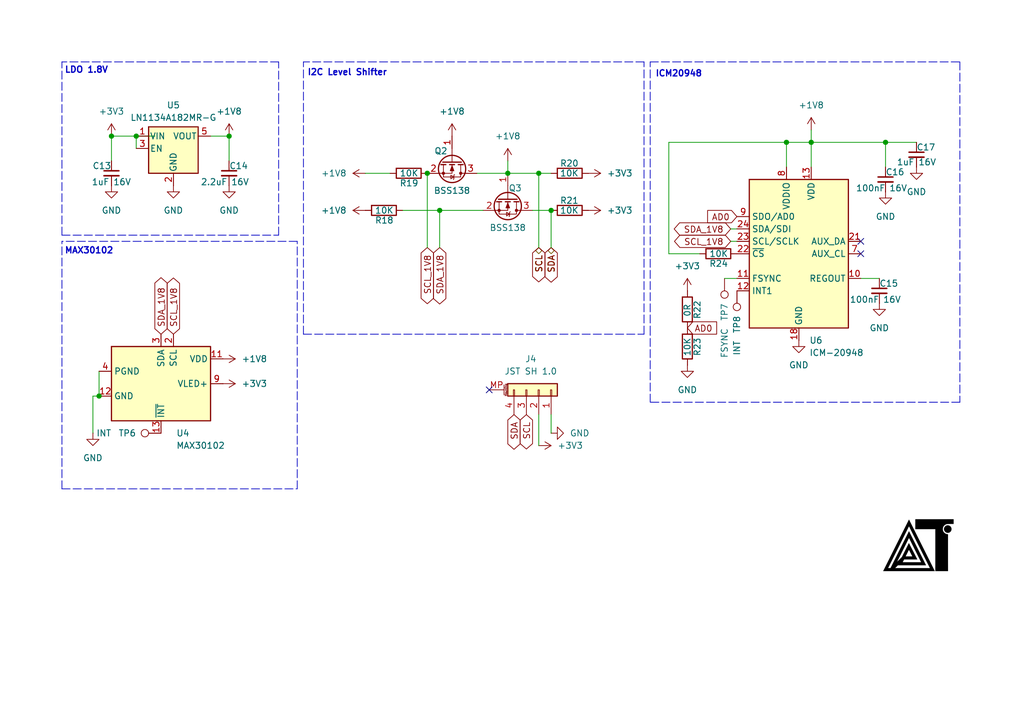
<source format=kicad_sch>
(kicad_sch (version 20250114) (generator "eeschema") (generator_version "9.0")
  (paper "A5")
  (title_block (date "2025-04-05"))
  (lib_symbols
    (symbol "Connector:TestPoint" (pin_numbers (hide yes)) (pin_names (offset 0.762) (hide yes))
      (property "Reference" "TP" (at 0 6.858 0))
      (property "Value" "TestPoint" (at 0 5.08 0))
      (symbol "TestPoint_0_1"
        (circle (center 0 3.302) (radius 0.762))
      )
      (symbol "TestPoint_1_1"
        (pin passive line (at 0 0 90) (length 2.54) (name "1") (number "1"))
      )
    )
    (symbol "Connector_Generic_MountingPin:Conn_01x04_MountingPin" (pin_names (offset 1.016) (hide yes))
      (property "Reference" "J" (at 0 5.08 0))
      (property "Value" "Conn_01x04_MountingPin" (at 1.27 -7.62 0))
      (symbol "Conn_01x04_MountingPin_1_1"
        (rectangle (start -1.27 3.81) (end 1.27 -6.35) (stroke (width 0.254)) (fill (type background)))
        (rectangle (start -1.27 2.667) (end 0 2.413) (stroke (width 0.1524)))
        (rectangle (start -1.27 0.127) (end 0 -0.127) (stroke (width 0.1524)))
        (rectangle (start -1.27 -2.413) (end 0 -2.667) (stroke (width 0.1524)))
        (rectangle (start -1.27 -4.953) (end 0 -5.207) (stroke (width 0.1524)))
        (polyline (pts (xy -1.016 -7.112) (xy 1.016 -7.112)) (stroke (width 0.1524)))
        (text "Mounting" (at 0 -6.731 0) (effects (font (size 0.381 0.381))))
        (pin passive line (at -5.08 2.54 0) (length 3.81) (name "Pin_1") (number "1"))
        (pin passive line (at -5.08 0 0) (length 3.81) (name "Pin_2") (number "2"))
        (pin passive line (at -5.08 -2.54 0) (length 3.81) (name "Pin_3") (number "3"))
        (pin passive line (at -5.08 -5.08 0) (length 3.81) (name "Pin_4") (number "4"))
        (pin passive line (at 0 -10.16 90) (length 3.048) (name "MountPin") (number "MP"))
      )
    )
    (symbol "Device:C_Small" (pin_numbers (hide yes)) (pin_names (offset 0.254) (hide yes))
      (property "Reference" "C" (at 0.254 1.778 0))
      (property "Value" "C_Small" (at 0.254 -2.032 0))
      (symbol "C_Small_0_1"
        (polyline (pts (xy -1.524 0.508) (xy 1.524 0.508)) (stroke (width 0.3048)))
        (polyline (pts (xy -1.524 -0.508) (xy 1.524 -0.508)) (stroke (width 0.3302)))
      )
      (symbol "C_Small_1_1"
        (pin passive line (at 0 2.54 270) (length 2.032) (name "~") (number "1"))
        (pin passive line (at 0 -2.54 90) (length 2.032) (name "~") (number "2"))
      )
    )
    (symbol "Device:R" (pin_numbers (hide yes)) (pin_names (offset 0))
      (property "Reference" "R" (at 2.032 0 90))
      (property "Value" "R" (at 0 0 90))
      (symbol "R_0_1"
        (rectangle (start -1.016 -2.54) (end 1.016 2.54) (stroke (width 0.254)))
      )
      (symbol "R_1_1"
        (pin passive line (at 0 3.81 270) (length 1.27) (name "~") (number "1"))
        (pin passive line (at 0 -3.81 90) (length 1.27) (name "~") (number "2"))
      )
    )
    (symbol "Regulator_Linear:AP2112K-1.8" (pin_names (offset 0.254))
      (property "Reference" "U" (at -5.08 5.715 0))
      (property "Value" "AP2112K-1.8" (at 0 5.715 0))
      (symbol "AP2112K-1.8_0_1"
        (rectangle (start -5.08 4.445) (end 5.08 -5.08) (stroke (width 0.254)) (fill (type background)))
      )
      (symbol "AP2112K-1.8_1_1"
        (pin power_in line (at -7.62 2.54 0) (length 2.54) (name "VIN") (number "1"))
        (pin input line (at -7.62 0 0) (length 2.54) (name "EN") (number "3"))
        (pin power_in line (at 0 -7.62 90) (length 2.54) (name "GND") (number "2"))
        (pin no_connect line (at 5.08 0 180) (length 2.54) (hide yes) (name "NC") (number "4"))
        (pin power_out line (at 7.62 2.54 180) (length 2.54) (name "VOUT") (number "5"))
      )
    )
    (symbol "Sensor:MAX30102"
      (property "Reference" "U" (at 7.62 15.24 0))
      (property "Value" "MAX30102" (at 7.62 12.7 0))
      (symbol "MAX30102_0_1"
        (rectangle (start -7.62 10.16) (end 7.62 -10.16) (stroke (width 0.254)) (fill (type background)))
      )
      (symbol "MAX30102_1_1"
        (pin input line (at -10.16 2.54 0) (length 2.54) (name "SCL") (number "2"))
        (pin bidirectional line (at -10.16 0 0) (length 2.54) (name "SDA") (number "3"))
        (pin no_connect line (at -7.62 5.08 0) (length 2.54) (hide yes) (name "NC") (number "1"))
        (pin no_connect line (at -7.62 -2.54 0) (length 2.54) (hide yes) (name "NC") (number "7"))
        (pin power_in line (at -5.08 12.7 270) (length 2.54) (name "VDD") (number "11"))
        (pin power_in line (at -2.54 -12.7 90) (length 2.54) (name "PGND") (number "4"))
        (pin passive line (at 0 12.7 270) (length 2.54) (hide yes) (name "VLED+") (number "10"))
        (pin power_in line (at 0 12.7 270) (length 2.54) (name "VLED+") (number "9"))
        (pin power_in line (at 2.54 -12.7 90) (length 2.54) (name "GND") (number "12"))
        (pin no_connect line (at 7.62 5.08 180) (length 2.54) (hide yes) (name "NC") (number "8"))
        (pin no_connect line (at 7.62 2.54 180) (length 2.54) (hide yes) (name "NC") (number "14"))
        (pin no_connect line (at 7.62 -5.08 180) (length 2.54) (hide yes) (name "NC") (number "6"))
        (pin no_connect line (at 7.62 -7.62 180) (length 2.54) (hide yes) (name "NC") (number "5"))
        (pin output line (at 10.16 0 180) (length 2.54) (name "~{INT}") (number "13"))
      )
    )
    (symbol "Sensor_Motion:ICM-20948"
      (property "Reference" "U" (at -11.43 16.51 0))
      (property "Value" "ICM-20948" (at 7.62 -16.51 0))
      (symbol "ICM-20948_0_1"
        (rectangle (start -10.16 15.24) (end 10.16 -15.24) (stroke (width 0.254)) (fill (type background)))
      )
      (symbol "ICM-20948_1_1"
        (pin bidirectional line (at -12.7 7.62 0) (length 2.54) (name "SDO/AD0") (number "9"))
        (pin bidirectional line (at -12.7 5.08 0) (length 2.54) (name "SDA/SDI") (number "24"))
        (pin input line (at -12.7 2.54 0) (length 2.54) (name "SCL/SCLK") (number "23"))
        (pin input line (at -12.7 0 0) (length 2.54) (name "~{CS}") (number "22"))
        (pin input line (at -12.7 -5.08 0) (length 2.54) (name "FSYNC") (number "11"))
        (pin output line (at -12.7 -7.62 0) (length 2.54) (name "INT1") (number "12"))
        (pin no_connect line (at -10.16 12.7 0) (length 2.54) (hide yes) (name "NC") (number "1"))
        (pin no_connect line (at -10.16 10.16 0) (length 2.54) (hide yes) (name "NC") (number "2"))
        (pin no_connect line (at -10.16 -2.54 0) (length 2.54) (hide yes) (name "NC") (number "3"))
        (pin no_connect line (at -10.16 -10.16 0) (length 2.54) (hide yes) (name "NC") (number "4"))
        (pin no_connect line (at -10.16 -12.7 0) (length 2.54) (hide yes) (name "NC") (number "5"))
        (pin power_in line (at -2.54 17.78 270) (length 2.54) (name "VDDIO") (number "8"))
        (pin power_in line (at 0 -17.78 90) (length 2.54) (name "GND") (number "18"))
        (pin passive line (at 0 -17.78 90) (length 2.54) (hide yes) (name "GND") (number "20"))
        (pin power_in line (at 2.54 17.78 270) (length 2.54) (name "VDD") (number "13"))
        (pin no_connect line (at 10.16 10.16 180) (length 2.54) (hide yes) (name "NC") (number "6"))
        (pin no_connect line (at 10.16 7.62 180) (length 2.54) (hide yes) (name "NC") (number "14"))
        (pin no_connect line (at 10.16 5.08 180) (length 2.54) (hide yes) (name "NC") (number "15"))
        (pin no_connect line (at 10.16 -7.62 180) (length 2.54) (hide yes) (name "NC") (number "16"))
        (pin no_connect line (at 10.16 -10.16 180) (length 2.54) (hide yes) (name "NC") (number "17"))
        (pin no_connect line (at 10.16 -12.7 180) (length 2.54) (hide yes) (name "RESV") (number "19"))
        (pin bidirectional line (at 12.7 2.54 180) (length 2.54) (name "AUX_DA") (number "21"))
        (pin output line (at 12.7 0 180) (length 2.54) (name "AUX_CL") (number "7"))
        (pin passive line (at 12.7 -5.08 180) (length 2.54) (name "REGOUT") (number "10"))
      )
    )
    (symbol "Transistor_FET:BSS138" (pin_names (hide yes))
      (property "Reference" "Q" (at 5.08 1.905 0))
      (property "Value" "BSS138" (at 5.08 0 0))
      (symbol "BSS138_0_1"
        (polyline (pts (xy 0.254 1.905) (xy 0.254 -1.905)) (stroke (width 0.254)))
        (polyline (pts (xy 0.254 0) (xy -2.54 0)))
        (polyline (pts (xy 0.762 2.286) (xy 0.762 1.27)) (stroke (width 0.254)))
        (polyline (pts (xy 0.762 0.508) (xy 0.762 -0.508)) (stroke (width 0.254)))
        (polyline (pts (xy 0.762 -1.27) (xy 0.762 -2.286)) (stroke (width 0.254)))
        (polyline (pts (xy 0.762 -1.778) (xy 3.302 -1.778) (xy 3.302 1.778) (xy 0.762 1.778)))
        (polyline (pts (xy 1.016 0) (xy 2.032 0.381) (xy 2.032 -0.381) (xy 1.016 0)) (fill (type outline)))
        (circle (center 1.651 0) (radius 2.794) (stroke (width 0.254)))
        (polyline (pts (xy 2.54 2.54) (xy 2.54 1.778)))
        (circle (center 2.54 1.778) (radius 0.254) (fill (type outline)))
        (circle (center 2.54 -1.778) (radius 0.254) (fill (type outline)))
        (polyline (pts (xy 2.54 -2.54) (xy 2.54 0) (xy 0.762 0)))
        (polyline (pts (xy 2.794 0.508) (xy 2.921 0.381) (xy 3.683 0.381) (xy 3.81 0.254)))
        (polyline (pts (xy 3.302 0.381) (xy 2.921 -0.254) (xy 3.683 -0.254) (xy 3.302 0.381)))
      )
      (symbol "BSS138_1_1"
        (pin input line (at -5.08 0 0) (length 2.54) (name "G") (number "1"))
        (pin passive line (at 2.54 5.08 270) (length 2.54) (name "D") (number "3"))
        (pin passive line (at 2.54 -5.08 90) (length 2.54) (name "S") (number "2"))
      )
    )
    (symbol "power:+1V8" (power) (pin_numbers (hide yes)) (pin_names (offset 0) (hide yes))
      (property "Value" "+1V8" (at 0 3.556 0))
      (symbol "+1V8_0_1"
        (polyline (pts (xy -0.762 1.27) (xy 0 2.54)))
        (polyline (pts (xy 0 2.54) (xy 0.762 1.27)))
        (polyline (pts (xy 0 0) (xy 0 2.54)))
      )
      (symbol "+1V8_1_1"
        (pin power_in line (at 0 0 90) (length 0) (name "~") (number "1"))
      )
    )
    (symbol "power:+3V3" (power) (pin_numbers (hide yes)) (pin_names (offset 0) (hide yes))
      (property "Value" "+3V3" (at 0 3.556 0))
      (symbol "+3V3_0_1"
        (polyline (pts (xy -0.762 1.27) (xy 0 2.54)))
        (polyline (pts (xy 0 2.54) (xy 0.762 1.27)))
        (polyline (pts (xy 0 0) (xy 0 2.54)))
      )
      (symbol "+3V3_1_1"
        (pin power_in line (at 0 0 90) (length 0) (name "~") (number "1"))
      )
    )
    (symbol "power:GND" (power) (pin_numbers (hide yes)) (pin_names (offset 0) (hide yes))
      (property "Value" "GND" (at 0 -3.81 0))
      (symbol "GND_0_1"
        (polyline (pts (xy 0 0) (xy 0 -1.27) (xy 1.27 -1.27) (xy 0 -2.54) (xy -1.27 -1.27) (xy 0 -1.27)))
      )
      (symbol "GND_1_1"
        (pin power_in line (at 0 0 270) (length 0) (name "~") (number "1"))
      )
    )
  )
  (text "MAX30102\n" (at 13.208 52.324 0) (effects (font (size 1.27 1.27) (thickness 0.254) (bold yes)) (justify left bottom)))
  (text "LDO 1.8V\n" (at 13.208 15.24 0) (effects (font (size 1.27 1.27) (thickness 0.254) (bold yes)) (justify left bottom)))
  (text "ICM20948" (at 134.366 16.002 0) (effects (font (size 1.27 1.27) (thickness 0.254) (bold yes)) (justify left bottom)))
  (text "I2C Level Shifter" (at 62.992 15.748 0) (effects (font (size 1.27 1.27) (thickness 0.254) (bold yes)) (justify left bottom)))
  (junction (at 181.61 29.21))
  (junction (at 46.99 27.94))
  (junction (at 110.49 35.56))
  (junction (at 166.37 29.21))
  (junction (at 90.17 43.18))
  (junction (at 161.29 29.21))
  (junction (at 22.86 27.94))
  (junction (at 87.63 35.56))
  (junction (at 113.03 43.18))
  (junction (at 104.14 35.56))
  (junction (at 27.94 27.94))
  (junction (at 20.32 81.28))
  (no_connect (at 176.53 52.07))
  (no_connect (at 100.33 80.01))
  (no_connect (at 176.53 49.53))
  (wire (pts (xy 180.34 57.15) (xy 176.53 57.15)))
  (polyline (pts (xy 12.7 48.26) (xy 57.15 48.26)) (stroke (width 0) (type dash)))
  (polyline (pts (xy 12.7 100.33) (xy 60.96 100.33)) (stroke (width 0) (type dash)))
  (wire (pts (xy 46.99 33.02) (xy 46.99 27.94)))
  (wire (pts (xy 27.94 27.94) (xy 27.94 30.48)))
  (wire (pts (xy 109.22 43.18) (xy 113.03 43.18)))
  (wire (pts (xy 104.14 35.56) (xy 97.79 35.56)))
  (polyline (pts (xy 60.96 49.53) (xy 12.7 49.53)) (stroke (width 0) (type dash)))
  (wire (pts (xy 113.03 43.18) (xy 113.03 50.8)))
  (wire (pts (xy 110.49 35.56) (xy 113.03 35.56)))
  (wire (pts (xy 149.86 46.99) (xy 151.13 46.99)))
  (wire (pts (xy 104.14 33.02) (xy 104.14 35.56)))
  (wire (pts (xy 82.55 43.18) (xy 90.17 43.18)))
  (wire (pts (xy 87.63 35.56) (xy 87.63 50.8)))
  (wire (pts (xy 166.37 26.67) (xy 166.37 29.21)))
  (polyline (pts (xy 62.23 68.58) (xy 132.08 68.58)) (stroke (width 0) (type dash)))
  (polyline (pts (xy 60.96 100.33) (xy 60.96 49.53)) (stroke (width 0) (type dash)))
  (wire (pts (xy 31.75 27.94) (xy 27.94 27.94)))
  (wire (pts (xy 166.37 29.21) (xy 161.29 29.21)))
  (polyline (pts (xy 132.08 68.58) (xy 132.08 12.7)) (stroke (width 0) (type dash)))
  (polyline (pts (xy 57.15 12.7) (xy 12.7 12.7)) (stroke (width 0) (type dash)))
  (wire (pts (xy 110.49 35.56) (xy 104.14 35.56)))
  (polyline (pts (xy 196.85 12.7) (xy 196.85 82.55)) (stroke (width 0) (type dash)))
  (polyline (pts (xy 133.35 82.55) (xy 133.35 68.58)) (stroke (width 0) (type dash)))
  (polyline (pts (xy 62.23 68.58) (xy 62.23 12.7)) (stroke (width 0) (type dash)))
  (polyline (pts (xy 132.08 12.7) (xy 62.23 12.7)) (stroke (width 0) (type dash)))
  (wire (pts (xy 148.59 57.15) (xy 151.13 57.15)))
  (wire (pts (xy 161.29 29.21) (xy 161.29 34.29)))
  (wire (pts (xy 22.86 33.02) (xy 22.86 27.94)))
  (wire (pts (xy 74.93 35.56) (xy 80.01 35.56)))
  (polyline (pts (xy 57.15 48.26) (xy 57.15 12.7)) (stroke (width 0) (type dash)))
  (wire (pts (xy 166.37 29.21) (xy 166.37 34.29)))
  (polyline (pts (xy 12.7 48.26) (xy 12.7 12.7)) (stroke (width 0) (type dash)))
  (polyline (pts (xy 12.7 100.33) (xy 12.7 49.53)) (stroke (width 0) (type dash)))
  (wire (pts (xy 181.61 29.21) (xy 166.37 29.21)))
  (wire (pts (xy 149.86 49.53) (xy 151.13 49.53)))
  (wire (pts (xy 20.32 76.2) (xy 20.32 81.28)))
  (wire (pts (xy 110.49 50.8) (xy 110.49 35.56)))
  (wire (pts (xy 143.51 52.07) (xy 137.16 52.07)))
  (wire (pts (xy 187.96 29.21) (xy 181.61 29.21)))
  (wire (pts (xy 90.17 43.18) (xy 90.17 50.8)))
  (wire (pts (xy 110.49 91.44) (xy 110.49 85.09)))
  (polyline (pts (xy 133.35 68.58) (xy 133.35 12.7)) (stroke (width 0) (type dash)))
  (wire (pts (xy 19.05 81.28) (xy 20.32 81.28)))
  (wire (pts (xy 137.16 29.21) (xy 161.29 29.21)))
  (wire (pts (xy 19.05 88.9) (xy 19.05 81.28)))
  (polyline (pts (xy 133.35 12.7) (xy 196.85 12.7)) (stroke (width 0) (type dash)))
  (wire (pts (xy 137.16 52.07) (xy 137.16 29.21)))
  (wire (pts (xy 113.03 88.9) (xy 113.03 85.09)))
  (wire (pts (xy 90.17 43.18) (xy 99.06 43.18)))
  (wire (pts (xy 181.61 29.21) (xy 181.61 34.29)))
  (wire (pts (xy 43.18 27.94) (xy 46.99 27.94)))
  (wire (pts (xy 22.86 27.94) (xy 27.94 27.94)))
  (polyline (pts (xy 196.85 82.55) (xy 133.35 82.55)) (stroke (width 0) (type dash)))
  (image (at 187.96 111.76) (scale 0.359998))
  (global_label "SDA_1V8" (shape bidirectional) (at 149.86 46.99 180) (property "Intersheetrefs" "${INTERSHEET_REFS}" (effects (hide yes))))
  (global_label "SCL_1V8" (shape bidirectional) (at 149.86 49.53 180) (property "Intersheetrefs" "${INTERSHEET_REFS}" (effects (hide yes))))
  (global_label "SDA_1V8" (shape bidirectional) (at 90.17 50.8 270) (property "Intersheetrefs" "${INTERSHEET_REFS}" (effects (hide yes))))
  (global_label "AD0" (shape input) (at 151.13 44.45 180) (property "Intersheetrefs" "${INTERSHEET_REFS}" (effects (hide yes))))
  (global_label "SDA" (shape bidirectional) (at 113.03 50.8 270) (property "Intersheetrefs" "${INTERSHEET_REFS}" (effects (hide yes))))
  (global_label "SCL_1V8" (shape bidirectional) (at 35.56 68.58 90) (property "Intersheetrefs" "${INTERSHEET_REFS}" (effects (hide yes))))
  (global_label "SCL_1V8" (shape bidirectional) (at 87.63 50.8 270) (property "Intersheetrefs" "${INTERSHEET_REFS}" (effects (hide yes))))
  (global_label "SDA_1V8" (shape bidirectional) (at 33.02 68.58 90) (property "Intersheetrefs" "${INTERSHEET_REFS}" (effects (hide yes))))
  (global_label "SCL" (shape bidirectional) (at 107.95 85.09 270) (property "Intersheetrefs" "${INTERSHEET_REFS}" (effects (hide yes))))
  (global_label "SCL" (shape bidirectional) (at 110.49 50.8 270) (property "Intersheetrefs" "${INTERSHEET_REFS}" (effects (hide yes))))
  (global_label "SDA" (shape bidirectional) (at 105.41 85.09 270) (property "Intersheetrefs" "${INTERSHEET_REFS}" (effects (hide yes))))
  (global_label "AD0" (shape input) (at 140.97 67.31 0) (property "Intersheetrefs" "${INTERSHEET_REFS}" (effects (hide yes))))
  (hierarchical_label "SCL" (shape bidirectional) (at 110.49 50.8 270))
  (hierarchical_label "SDA" (shape bidirectional) (at 113.03 50.8 270))
  (symbol (lib_id "Regulator_Linear:AP2112K-1.8") (at 35.56 30.48 0) (unit 1)
    (property "Reference" "U5" (at 35.56 21.59 0))
    (property "Value" "LN1134A182MR-G" (at 35.56 24.13 0))
    (property "Footprint" "Package_TO_SOT_SMD:SOT-23-5" (effects (hide yes)))
  )
  (symbol (lib_id "power:+3V3") (at 120.65 43.18 270) (unit 1)
    (property "Reference" "#PWR054" (effects (hide yes)))
    (property "Value" "+3V3" (at 124.46 43.1799 90) (effects (justify left)))
    (property "Description" "Power symbol creates a global label with name \"+3V3\"" (effects (hide yes)))
  )
  (symbol (lib_id "power:+1V8") (at 166.37 26.67 0) (unit 1)
    (property "Reference" "#PWR058" (effects (hide yes)))
    (property "Value" "+1V8" (at 166.37 21.59 0))
    (property "Description" "Power symbol creates a global label with name \"+1V8\"" (effects (hide yes)))
  )
  (symbol (lib_id "power:+1V8") (at 104.14 33.02 0) (unit 1)
    (property "Reference" "#PWR052" (effects (hide yes)))
    (property "Value" "+1V8" (at 104.14 27.94 0))
    (property "Description" "Power symbol creates a global label with name \"+1V8\"" (effects (hide yes)))
  )
  (symbol (lib_id "power:GND") (at 46.99 38.1 0) (unit 1)
    (property "Reference" "#PWR048" (effects (hide yes)))
    (property "Value" "GND" (at 46.99 43.18 0))
    (property "Description" "Power symbol creates a global label with name \"GND\" , ground" (effects (hide yes)))
  )
  (symbol (lib_id "power:+1V8") (at 92.71 27.94 0) (unit 1)
    (property "Reference" "#PWR051" (effects (hide yes)))
    (property "Value" "+1V8" (at 92.71 22.86 0))
    (property "Description" "Power symbol creates a global label with name \"+1V8\"" (effects (hide yes)))
  )
  (symbol (lib_id "Sensor_Motion:ICM-20948") (at 163.83 52.07 0) (unit 1)
    (property "Reference" "U6" (at 165.9733 69.85 0) (effects (justify left)))
    (property "Value" "ICM-20948" (at 165.9733 72.39 0) (effects (justify left)))
    (property "Footprint" "Sensor_Motion:InvenSense_QFN-24_3x3mm_P0.4mm_NoMask" (effects (hide yes)))
    (property "Datasheet" "http://www.invensense.com/wp-content/uploads/2016/06/DS-000189-ICM-20948-v1.3.pdf" (effects (hide yes)))
    (property "Description" "InvenSense 9-Axis Motion Sensor, Accelerometer, Gyroscope, Compass, I2C/SPI, QFN-24" (effects (hide yes)))
  )
  (symbol (lib_id "power:GND") (at 180.34 62.23 0) (unit 1)
    (property "Reference" "#PWR059" (effects (hide yes)))
    (property "Value" "GND" (at 180.34 67.31 0))
    (property "Description" "Power symbol creates a global label with name \"GND\" , ground" (effects (hide yes)))
  )
  (symbol (lib_id "power:GND") (at 163.83 69.85 0) (unit 1)
    (property "Reference" "#PWR057" (effects (hide yes)))
    (property "Value" "GND" (at 163.83 74.93 0))
    (property "Description" "Power symbol creates a global label with name \"GND\" , ground" (effects (hide yes)))
  )
  (symbol (lib_id "power:GND") (at 140.97 74.93 0) (mirror y) (unit 1)
    (property "Reference" "#PWR056" (effects (hide yes)))
    (property "Value" "GND" (at 140.97 80.01 0))
    (property "Description" "Power symbol creates a global label with name \"GND\" , ground" (effects (hide yes)))
  )
  (symbol (lib_id "Device:R") (at 147.32 52.07 90) (unit 1)
    (property "Reference" "R24" (at 149.352 54.102 90) (effects (justify left)))
    (property "Value" "10K" (at 149.352 52.07 90) (effects (justify left)))
    (property "Footprint" "Resistor_SMD:R_0603_1608Metric" (effects (hide yes)))
    (property "Description" "Resistor" (effects (hide yes)))
  )
  (symbol (lib_id "power:+3V3") (at 45.72 78.74 270) (unit 1)
    (property "Reference" "#PWR046" (effects (hide yes)))
    (property "Value" "+3V3" (at 49.53 78.7399 90) (effects (justify left)))
    (property "Description" "Power symbol creates a global label with name \"+3V3\"" (effects (hide yes)))
  )
  (symbol (lib_id "power:+3V3") (at 140.97 59.69 0) (mirror y) (unit 1)
    (property "Reference" "#PWR055" (effects (hide yes)))
    (property "Value" "+3V3" (at 140.97 54.61 0))
    (property "Description" "Power symbol creates a global label with name \"+3V3\"" (effects (hide yes)))
  )
  (symbol (lib_id "Device:R") (at 78.74 43.18 90) (unit 1)
    (property "Reference" "R18" (at 80.772 45.212 90) (effects (justify left)))
    (property "Value" "10K" (at 80.772 43.18 90) (effects (justify left)))
    (property "Footprint" "Resistor_SMD:R_0603_1608Metric" (effects (hide yes)))
    (property "Description" "Resistor" (effects (hide yes)))
  )
  (symbol (lib_id "power:GND") (at 187.96 34.29 0) (unit 1)
    (property "Reference" "#PWR061" (effects (hide yes)))
    (property "Value" "GND" (at 187.96 39.37 0))
    (property "Description" "Power symbol creates a global label with name \"GND\" , ground" (effects (hide yes)))
  )
  (symbol (lib_id "power:+3V3") (at 22.86 27.94 0) (unit 1)
    (property "Reference" "#PWR042" (effects (hide yes)))
    (property "Value" "+3V3" (at 22.86 22.86 0))
    (property "Description" "Power symbol creates a global label with name \"+3V3\"" (effects (hide yes)))
  )
  (symbol (lib_id "power:+1V8") (at 74.93 35.56 90) (unit 1)
    (property "Reference" "#PWR049" (effects (hide yes)))
    (property "Value" "+1V8" (at 71.12 35.5599 90) (effects (justify left)))
    (property "Description" "Power symbol creates a global label with name \"+1V8\"" (effects (hide yes)))
  )
  (symbol (lib_id "Device:C_Small") (at 181.61 36.83 0) (unit 1)
    (property "Reference" "C16" (at 181.61 35.306 0) (effects (justify left)))
    (property "Value" "100nF 16V" (at 175.514 38.608 0) (effects (justify left)))
    (property "Footprint" "Capacitor_SMD:C_0603_1608Metric" (effects (hide yes)))
    (property "Description" "Unpolarized capacitor, small symbol" (effects (hide yes)))
  )
  (symbol (lib_id "Device:C_Small") (at 46.99 35.56 0) (unit 1)
    (property "Reference" "C14" (at 46.99 34.036 0) (effects (justify left)))
    (property "Value" "2.2uF 16V" (at 41.148 37.338 0) (effects (justify left)))
    (property "Footprint" "Capacitor_SMD:C_0603_1608Metric" (effects (hide yes)))
    (property "Description" "Unpolarized capacitor, small symbol" (effects (hide yes)))
  )
  (symbol (lib_id "power:GND") (at 181.61 39.37 0) (unit 1)
    (property "Reference" "#PWR060" (effects (hide yes)))
    (property "Value" "GND" (at 181.61 44.45 0))
    (property "Description" "Power symbol creates a global label with name \"GND\" , ground" (effects (hide yes)))
  )
  (symbol (lib_id "Connector:TestPoint") (at 148.59 57.15 0) (mirror x) (unit 1) (in_bom no)
    (property "Reference" "TP7" (at 148.59 62.23 90) (effects (justify left)))
    (property "Value" "FSYNC" (at 148.59 67.31 90) (effects (justify left)))
    (property "Footprint" "TestPoint:TestPoint_Pad_D1.0mm" (effects (hide yes)))
  )
  (symbol (lib_id "Device:R") (at 83.82 35.56 90) (unit 1)
    (property "Reference" "R19" (at 85.852 37.592 90) (effects (justify left)))
    (property "Value" "10K" (at 85.852 35.56 90) (effects (justify left)))
    (property "Footprint" "Resistor_SMD:R_0603_1608Metric" (effects (hide yes)))
    (property "Description" "Resistor" (effects (hide yes)))
  )
  (symbol (lib_id "Transistor_FET:BSS138") (at 104.14 40.64 270) (unit 1)
    (property "Reference" "Q3" (at 105.664 38.608 90))
    (property "Value" "BSS138" (at 104.14 46.736 90))
    (property "Footprint" "Package_TO_SOT_SMD:SOT-23" (effects (hide yes)))
    (property "Datasheet" "https://www.onsemi.com/pub/Collateral/BSS138-D.PDF" (effects (hide yes)))
    (property "Description" "50V Vds, 0.22A Id, N-Channel MOSFET, SOT-23" (effects (hide yes)))
  )
  (symbol (lib_id "Connector_Generic_MountingPin:Conn_01x04_MountingPin") (at 110.49 80.01 270) (mirror x) (unit 1)
    (property "Reference" "J4" (at 108.8644 73.66 90))
    (property "Value" "JST SH 1.0" (at 108.8644 76.2 90))
    (property "Footprint" "Connector_JST:JST_SH_SM04B-SRSS-TB_1x04-1MP_P1.00mm_Horizontal" (effects (hide yes)))
    (property "Description" "Generic connectable mounting pin connector, single row, 01x04, script generated (kicad-library-utils/schlib/autogen/connector/)" (effects (hide yes)))
  )
  (symbol (lib_id "power:GND") (at 35.56 38.1 0) (unit 1)
    (property "Reference" "#PWR044" (effects (hide yes)))
    (property "Value" "GND" (at 35.56 43.18 0))
    (property "Description" "Power symbol creates a global label with name \"GND\" , ground" (effects (hide yes)))
  )
  (symbol (lib_id "Connector:TestPoint") (at 151.13 59.69 0) (mirror x) (unit 1) (in_bom no)
    (property "Reference" "TP8" (at 151.13 64.77 90) (effects (justify left)))
    (property "Value" "INT" (at 151.13 69.85 90) (effects (justify left)))
    (property "Footprint" "TestPoint:TestPoint_Pad_D1.0mm" (effects (hide yes)))
  )
  (symbol (lib_id "power:+3V3") (at 110.49 91.44 270) (unit 1)
    (property "Reference" "#PWR0133" (effects (hide yes)))
    (property "Value" "+3V3" (at 114.3 91.4399 90) (effects (justify left)))
    (property "Description" "Power symbol creates a global label with name \"+3V3\"" (effects (hide yes)))
  )
  (symbol (lib_id "Sensor:MAX30102") (at 33.02 78.74 270) (unit 1)
    (property "Reference" "U4" (at 36.1381 88.9 90) (effects (justify left)))
    (property "Value" "MAX30102" (at 36.1381 91.44 90) (effects (justify left)))
    (property "Footprint" "OptoDevice:Maxim_OLGA-14_3.3x5.6mm_P0.8mm" (effects (hide yes)))
    (property "Datasheet" "https://datasheets.maximintegrated.com/en/ds/MAX30102.pdf" (effects (hide yes)))
    (property "Description" "Heart Rate Sensor, 14-OLGA" (effects (hide yes)))
  )
  (symbol (lib_id "power:+3V3") (at 120.65 35.56 270) (mirror x) (unit 1)
    (property "Reference" "#PWR053" (effects (hide yes)))
    (property "Value" "+3V3" (at 124.46 35.5599 90) (effects (justify left)))
    (property "Description" "Power symbol creates a global label with name \"+3V3\"" (effects (hide yes)))
  )
  (symbol (lib_id "Device:R") (at 116.84 43.18 270) (unit 1)
    (property "Reference" "R21" (at 114.808 41.148 90) (effects (justify left)))
    (property "Value" "10K" (at 114.808 43.18 90) (effects (justify left)))
    (property "Footprint" "Resistor_SMD:R_0603_1608Metric" (effects (hide yes)))
    (property "Description" "Resistor" (effects (hide yes)))
  )
  (symbol (lib_id "Device:R") (at 140.97 63.5 0) (mirror y) (unit 1)
    (property "Reference" "R22" (at 143.002 65.532 90) (effects (justify left)))
    (property "Value" "0R" (at 140.97 65.024 90) (effects (justify left)))
    (property "Footprint" "Resistor_SMD:R_0402_1005Metric" (effects (hide yes)))
    (property "Description" "Resistor" (effects (hide yes)))
  )
  (symbol (lib_id "power:+1V8") (at 45.72 73.66 270) (unit 1)
    (property "Reference" "#PWR045" (effects (hide yes)))
    (property "Value" "+1V8" (at 49.53 73.6599 90) (effects (justify left)))
    (property "Description" "Power symbol creates a global label with name \"+1V8\"" (effects (hide yes)))
  )
  (symbol (lib_id "power:GND") (at 22.86 38.1 0) (unit 1)
    (property "Reference" "#PWR043" (effects (hide yes)))
    (property "Value" "GND" (at 22.86 43.18 0))
    (property "Description" "Power symbol creates a global label with name \"GND\" , ground" (effects (hide yes)))
  )
  (symbol (lib_id "Device:C_Small") (at 180.34 59.69 0) (unit 1)
    (property "Reference" "C15" (at 180.34 58.166 0) (effects (justify left)))
    (property "Value" "100nF 16V" (at 174.244 61.468 0) (effects (justify left)))
    (property "Footprint" "Capacitor_SMD:C_0603_1608Metric" (effects (hide yes)))
    (property "Description" "Unpolarized capacitor, small symbol" (effects (hide yes)))
  )
  (symbol (lib_id "Transistor_FET:BSS138") (at 92.71 33.02 270) (unit 1)
    (property "Reference" "Q2" (at 90.424 30.988 90))
    (property "Value" "BSS138" (at 92.71 39.116 90))
    (property "Footprint" "Package_TO_SOT_SMD:SOT-23" (effects (hide yes)))
    (property "Datasheet" "https://www.onsemi.com/pub/Collateral/BSS138-D.PDF" (effects (hide yes)))
    (property "Description" "50V Vds, 0.22A Id, N-Channel MOSFET, SOT-23" (effects (hide yes)))
  )
  (symbol (lib_id "power:GND") (at 19.05 88.9 0) (unit 1)
    (property "Reference" "#PWR041" (effects (hide yes)))
    (property "Value" "GND" (at 19.05 93.98 0))
    (property "Description" "Power symbol creates a global label with name \"GND\" , ground" (effects (hide yes)))
  )
  (symbol (lib_id "Connector:TestPoint") (at 33.02 88.9 90) (mirror x) (unit 1) (in_bom no)
    (property "Reference" "TP6" (at 27.94 88.9 90) (effects (justify left)))
    (property "Value" "INT" (at 22.86 88.9 90) (effects (justify left)))
    (property "Footprint" "TestPoint:TestPoint_Pad_D1.0mm" (effects (hide yes)))
  )
  (symbol (lib_id "power:+1V8") (at 46.99 27.94 0) (unit 1)
    (property "Reference" "#PWR047" (effects (hide yes)))
    (property "Value" "+1V8" (at 46.99 22.86 0))
    (property "Description" "Power symbol creates a global label with name \"+1V8\"" (effects (hide yes)))
  )
  (symbol (lib_id "power:+1V8") (at 74.93 43.18 90) (unit 1)
    (property "Reference" "#PWR050" (effects (hide yes)))
    (property "Value" "+1V8" (at 71.12 43.1799 90) (effects (justify left)))
    (property "Description" "Power symbol creates a global label with name \"+1V8\"" (effects (hide yes)))
  )
  (symbol (lib_id "power:GND") (at 113.03 88.9 90) (mirror x) (unit 1)
    (property "Reference" "#PWR0136" (effects (hide yes)))
    (property "Value" "GND" (at 116.84 88.8999 90) (effects (justify right)))
    (property "Description" "Power symbol creates a global label with name \"GND\" , ground" (effects (hide yes)))
  )
  (symbol (lib_id "Device:R") (at 140.97 71.12 0) (mirror y) (unit 1)
    (property "Reference" "R23" (at 143.002 73.152 90) (effects (justify left)))
    (property "Value" "10K" (at 140.97 73.152 90) (effects (justify left)))
    (property "Footprint" "Resistor_SMD:R_0402_1005Metric" (effects (hide yes)))
    (property "Description" "Resistor" (effects (hide yes)))
  )
  (symbol (lib_id "Device:C_Small") (at 187.96 31.75 0) (unit 1)
    (property "Reference" "C17" (at 187.96 30.226 0) (effects (justify left)))
    (property "Value" "1uF 16V" (at 183.896 33.274 0) (effects (justify left)))
    (property "Footprint" "Capacitor_SMD:C_0603_1608Metric" (effects (hide yes)))
    (property "Description" "Unpolarized capacitor, small symbol" (effects (hide yes)))
  )
  (symbol (lib_id "Device:C_Small") (at 22.86 35.56 0) (mirror y) (unit 1)
    (property "Reference" "C13" (at 22.86 34.036 0) (effects (justify left)))
    (property "Value" "1uF 16V" (at 26.924 37.338 0) (effects (justify left)))
    (property "Footprint" "Capacitor_SMD:C_0603_1608Metric" (effects (hide yes)))
    (property "Description" "Unpolarized capacitor, small symbol" (effects (hide yes)))
  )
  (symbol (lib_id "Device:R") (at 116.84 35.56 270) (unit 1)
    (property "Reference" "R20" (at 114.808 33.528 90) (effects (justify left)))
    (property "Value" "10K" (at 114.808 35.56 90) (effects (justify left)))
    (property "Footprint" "Resistor_SMD:R_0603_1608Metric" (effects (hide yes)))
    (property "Description" "Resistor" (effects (hide yes)))
  )
)
</source>
